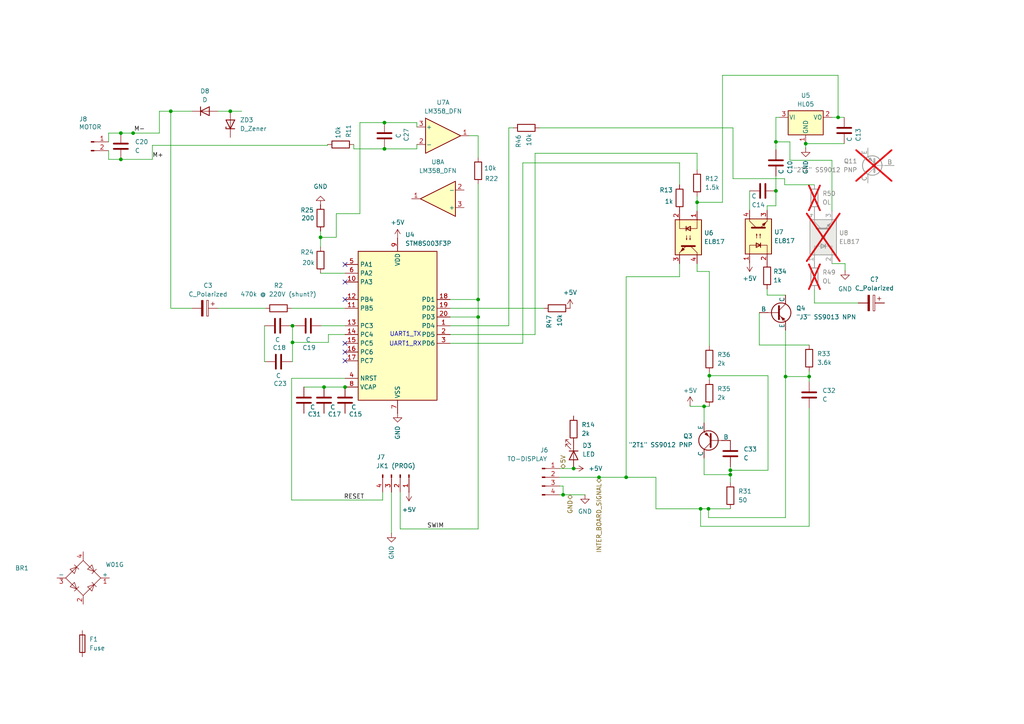
<source format=kicad_sch>
(kicad_sch (version 20231120) (generator "eeschema") (generator_version "8.0")
  (paper "A4")
  (lib_symbols
    (symbol "Amplifier_Operational:LM358_DFN" (pin_names (offset 0.127))
      (property "Reference" "U" (at 0 5.08 0))
      (property "Value" "LM358_DFN" (at 0 -5.08 0))
      (symbol "LM358_DFN_1_1"
        (polyline (pts (xy -5.08 5.08) (xy 5.08 0) (xy -5.08 -5.08) (xy -5.08 5.08)) (stroke (width 0.254)) (fill (type background)))
        (pin output line (at 7.62 0 180) (length 2.54) (name "~") (number "1"))
        (pin input line (at -7.62 -2.54 0) (length 2.54) (name "-") (number "2"))
        (pin input line (at -7.62 2.54 0) (length 2.54) (name "+") (number "3"))
      )
      (symbol "LM358_DFN_2_1"
        (polyline (pts (xy -5.08 5.08) (xy 5.08 0) (xy -5.08 -5.08) (xy -5.08 5.08)) (stroke (width 0.254)) (fill (type background)))
        (pin input line (at -7.62 2.54 0) (length 2.54) (name "+") (number "5"))
        (pin input line (at -7.62 -2.54 0) (length 2.54) (name "-") (number "6"))
        (pin output line (at 7.62 0 180) (length 2.54) (name "~") (number "7"))
      )
      (symbol "LM358_DFN_3_1"
        (pin power_in line (at -2.54 -7.62 90) (length 3.81) (name "V-") (number "4"))
        (pin power_in line (at -2.54 7.62 270) (length 3.81) (name "V+") (number "8"))
        (pin power_in line (at 0 -7.62 90) (length 5.08) (name "PAD") (number "9"))
      )
    )
    (symbol "Connector:Conn_01x02_Pin" (pin_names (offset 1.016) hide)
      (property "Reference" "J" (at 0 2.54 0))
      (property "Value" "Conn_01x02_Pin" (at 0 -5.08 0))
      (symbol "Conn_01x02_Pin_1_1"
        (polyline (pts (xy 1.27 -2.54) (xy 0.8636 -2.54)) (stroke (width 0.1524)))
        (polyline (pts (xy 1.27 0) (xy 0.8636 0)) (stroke (width 0.1524)))
        (rectangle (start 0.8636 -2.413) (end 0 -2.667) (stroke (width 0.1524)) (fill (type outline)))
        (rectangle (start 0.8636 0.127) (end 0 -0.127) (stroke (width 0.1524)) (fill (type outline)))
        (pin passive line (at 5.08 0 180) (length 3.81) (name "Pin_1") (number "1"))
        (pin passive line (at 5.08 -2.54 180) (length 3.81) (name "Pin_2") (number "2"))
      )
    )
    (symbol "Connector:Conn_01x04_Pin" (pin_names (offset 1.016) hide)
      (property "Reference" "J" (at 0 5.08 0))
      (property "Value" "Conn_01x04_Pin" (at 0 -7.62 0))
      (symbol "Conn_01x04_Pin_1_1"
        (polyline (pts (xy 1.27 -5.08) (xy 0.8636 -5.08)) (stroke (width 0.1524)))
        (polyline (pts (xy 1.27 -2.54) (xy 0.8636 -2.54)) (stroke (width 0.1524)))
        (polyline (pts (xy 1.27 0) (xy 0.8636 0)) (stroke (width 0.1524)))
        (polyline (pts (xy 1.27 2.54) (xy 0.8636 2.54)) (stroke (width 0.1524)))
        (rectangle (start 0.8636 -4.953) (end 0 -5.207) (stroke (width 0.1524)) (fill (type outline)))
        (rectangle (start 0.8636 -2.413) (end 0 -2.667) (stroke (width 0.1524)) (fill (type outline)))
        (rectangle (start 0.8636 0.127) (end 0 -0.127) (stroke (width 0.1524)) (fill (type outline)))
        (rectangle (start 0.8636 2.667) (end 0 2.413) (stroke (width 0.1524)) (fill (type outline)))
        (pin passive line (at 5.08 2.54 180) (length 3.81) (name "Pin_1") (number "1"))
        (pin passive line (at 5.08 0 180) (length 3.81) (name "Pin_2") (number "2"))
        (pin passive line (at 5.08 -2.54 180) (length 3.81) (name "Pin_3") (number "3"))
        (pin passive line (at 5.08 -5.08 180) (length 3.81) (name "Pin_4") (number "4"))
      )
    )
    (symbol "Device:C" (pin_numbers hide) (pin_names (offset 0.254))
      (property "Reference" "C" (at 0.635 2.54 0))
      (property "Value" "C" (at 0.635 -2.54 0))
      (symbol "C_0_1"
        (polyline (pts (xy -2.032 -0.762) (xy 2.032 -0.762)) (stroke (width 0.508)))
        (polyline (pts (xy -2.032 0.762) (xy 2.032 0.762)) (stroke (width 0.508)))
      )
      (symbol "C_1_1"
        (pin passive line (at 0 3.81 270) (length 2.794) (name "~") (number "1"))
        (pin passive line (at 0 -3.81 90) (length 2.794) (name "~") (number "2"))
      )
    )
    (symbol "Device:C_Polarized" (pin_numbers hide) (pin_names (offset 0.254))
      (property "Reference" "C" (at 0.635 2.54 0))
      (property "Value" "C_Polarized" (at 0.635 -2.54 0))
      (symbol "C_Polarized_0_1"
        (rectangle (start -2.286 0.508) (end 2.286 1.016))
        (polyline (pts (xy -1.778 2.286) (xy -0.762 2.286)))
        (polyline (pts (xy -1.27 2.794) (xy -1.27 1.778)))
        (rectangle (start 2.286 -0.508) (end -2.286 -1.016) (fill (type outline)))
      )
      (symbol "C_Polarized_1_1"
        (pin passive line (at 0 3.81 270) (length 2.794) (name "~") (number "1"))
        (pin passive line (at 0 -3.81 90) (length 2.794) (name "~") (number "2"))
      )
    )
    (symbol "Device:D" (pin_numbers hide) (pin_names (offset 1.016) hide)
      (property "Reference" "D" (at 0 2.54 0))
      (property "Value" "D" (at 0 -2.54 0))
      (symbol "D_0_1"
        (polyline (pts (xy -1.27 1.27) (xy -1.27 -1.27)) (stroke (width 0.254)))
        (polyline (pts (xy 1.27 0) (xy -1.27 0)))
        (polyline (pts (xy 1.27 1.27) (xy 1.27 -1.27) (xy -1.27 0) (xy 1.27 1.27)) (stroke (width 0.254)))
      )
      (symbol "D_1_1"
        (pin passive line (at -3.81 0 0) (length 2.54) (name "K") (number "1"))
        (pin passive line (at 3.81 0 180) (length 2.54) (name "A") (number "2"))
      )
    )
    (symbol "Device:D_Zener" (pin_numbers hide) (pin_names (offset 1.016) hide)
      (property "Reference" "D" (at 0 2.54 0))
      (property "Value" "D_Zener" (at 0 -2.54 0))
      (symbol "D_Zener_0_1"
        (polyline (pts (xy 1.27 0) (xy -1.27 0)))
        (polyline (pts (xy -1.27 -1.27) (xy -1.27 1.27) (xy -0.762 1.27)) (stroke (width 0.254)))
        (polyline (pts (xy 1.27 -1.27) (xy 1.27 1.27) (xy -1.27 0) (xy 1.27 -1.27)) (stroke (width 0.254)))
      )
      (symbol "D_Zener_1_1"
        (pin passive line (at -3.81 0 0) (length 2.54) (name "K") (number "1"))
        (pin passive line (at 3.81 0 180) (length 2.54) (name "A") (number "2"))
      )
    )
    (symbol "Device:Fuse" (pin_numbers hide) (pin_names (offset 0))
      (property "Reference" "F" (at 2.032 0 90))
      (property "Value" "Fuse" (at -1.905 0 90))
      (symbol "Fuse_0_1"
        (rectangle (start -0.762 -2.54) (end 0.762 2.54) (stroke (width 0.254)))
        (polyline (pts (xy 0 2.54) (xy 0 -2.54)))
      )
      (symbol "Fuse_1_1"
        (pin passive line (at 0 3.81 270) (length 1.27) (name "~") (number "1"))
        (pin passive line (at 0 -3.81 90) (length 1.27) (name "~") (number "2"))
      )
    )
    (symbol "Device:LED" (pin_numbers hide) (pin_names (offset 1.016) hide)
      (property "Reference" "D" (at 0 2.54 0))
      (property "Value" "LED" (at 0 -2.54 0))
      (symbol "LED_0_1"
        (polyline (pts (xy -1.27 -1.27) (xy -1.27 1.27)) (stroke (width 0.254)))
        (polyline (pts (xy -1.27 0) (xy 1.27 0)))
        (polyline (pts (xy 1.27 -1.27) (xy 1.27 1.27) (xy -1.27 0) (xy 1.27 -1.27)) (stroke (width 0.254)))
        (polyline (pts (xy -3.048 -0.762) (xy -4.572 -2.286) (xy -3.81 -2.286) (xy -4.572 -2.286) (xy -4.572 -1.524)))
        (polyline (pts (xy -1.778 -0.762) (xy -3.302 -2.286) (xy -2.54 -2.286) (xy -3.302 -2.286) (xy -3.302 -1.524)))
      )
      (symbol "LED_1_1"
        (pin passive line (at -3.81 0 0) (length 2.54) (name "K") (number "1"))
        (pin passive line (at 3.81 0 180) (length 2.54) (name "A") (number "2"))
      )
    )
    (symbol "Device:R" (pin_numbers hide) (pin_names (offset 0))
      (property "Reference" "R" (at 2.032 0 90))
      (property "Value" "R" (at 0 0 90))
      (symbol "R_0_1"
        (rectangle (start -1.016 -2.54) (end 1.016 2.54) (stroke (width 0.254)))
      )
      (symbol "R_1_1"
        (pin passive line (at 0 3.81 270) (length 1.27) (name "~") (number "1"))
        (pin passive line (at 0 -3.81 90) (length 1.27) (name "~") (number "2"))
      )
    )
    (symbol "Diode_Bridge:W01G" (pin_names (offset 0))
      (property "Reference" "D" (at 2.54 6.985 0))
      (property "Value" "W01G" (at 2.54 5.08 0))
      (symbol "W01G_0_1"
        (polyline (pts (xy -2.54 3.81) (xy -1.27 2.54)))
        (polyline (pts (xy -1.27 -2.54) (xy -2.54 -3.81)))
        (polyline (pts (xy 2.54 -1.27) (xy 3.81 -2.54)))
        (polyline (pts (xy 2.54 1.27) (xy 3.81 2.54)))
        (polyline (pts (xy -3.81 2.54) (xy -2.54 1.27) (xy -1.905 3.175) (xy -3.81 2.54)))
        (polyline (pts (xy -2.54 -1.27) (xy -3.81 -2.54) (xy -1.905 -3.175) (xy -2.54 -1.27)))
        (polyline (pts (xy 1.27 2.54) (xy 2.54 3.81) (xy 3.175 1.905) (xy 1.27 2.54)))
        (polyline (pts (xy 3.175 -1.905) (xy 1.27 -2.54) (xy 2.54 -3.81) (xy 3.175 -1.905)))
        (polyline (pts (xy -5.08 0) (xy 0 -5.08) (xy 5.08 0) (xy 0 5.08) (xy -5.08 0)))
      )
      (symbol "W01G_1_1"
        (pin passive line (at 7.62 0 180) (length 2.54) (name "+") (number "1"))
        (pin passive line (at 0 -7.62 90) (length 2.54) (name "~") (number "2"))
        (pin passive line (at -7.62 0 0) (length 2.54) (name "-") (number "3"))
        (pin passive line (at 0 7.62 270) (length 2.54) (name "~") (number "4"))
      )
    )
    (symbol "Isolator:EL817" (pin_names (offset 1.016))
      (property "Reference" "U" (at -5.08 5.08 0))
      (property "Value" "EL817" (at 0 5.08 0))
      (symbol "EL817_0_1"
        (rectangle (start -5.08 3.81) (end 5.08 -3.81) (stroke (width 0.254)) (fill (type background)))
        (polyline (pts (xy -3.175 -0.635) (xy -1.905 -0.635)) (stroke (width 0.254)))
        (polyline (pts (xy 2.54 0.635) (xy 4.445 2.54)))
        (polyline (pts (xy 4.445 -2.54) (xy 2.54 -0.635)) (fill (type outline)))
        (polyline (pts (xy 4.445 -2.54) (xy 5.08 -2.54)))
        (polyline (pts (xy 4.445 2.54) (xy 5.08 2.54)))
        (polyline (pts (xy -5.08 2.54) (xy -2.54 2.54) (xy -2.54 -0.635)))
        (polyline (pts (xy -2.54 -0.635) (xy -2.54 -2.54) (xy -5.08 -2.54)))
        (polyline (pts (xy 2.54 1.905) (xy 2.54 -1.905) (xy 2.54 -1.905)) (stroke (width 0.508)))
        (polyline (pts (xy -2.54 -0.635) (xy -3.175 0.635) (xy -1.905 0.635) (xy -2.54 -0.635)) (stroke (width 0.254)))
        (polyline (pts (xy -0.508 -0.508) (xy 0.762 -0.508) (xy 0.381 -0.635) (xy 0.381 -0.381) (xy 0.762 -0.508)))
        (polyline (pts (xy -0.508 0.508) (xy 0.762 0.508) (xy 0.381 0.381) (xy 0.381 0.635) (xy 0.762 0.508)))
        (polyline (pts (xy 3.048 -1.651) (xy 3.556 -1.143) (xy 4.064 -2.159) (xy 3.048 -1.651) (xy 3.048 -1.651)) (fill (type outline)))
      )
      (symbol "EL817_1_1"
        (pin passive line (at -7.62 2.54 0) (length 2.54) (name "~") (number "1"))
        (pin passive line (at -7.62 -2.54 0) (length 2.54) (name "~") (number "2"))
        (pin passive line (at 7.62 -2.54 180) (length 2.54) (name "~") (number "3"))
        (pin passive line (at 7.62 2.54 180) (length 2.54) (name "~") (number "4"))
      )
    )
    (symbol "MCU_ST_STM8:STM8S003F3P"
      (property "Reference" "U" (at 1.27 25.4 0))
      (property "Value" "STM8S003F3P" (at 1.27 22.86 0))
      (symbol "STM8S003F3P_0_1"
        (rectangle (start -11.43 21.59) (end 11.43 -21.59) (stroke (width 0.254)) (fill (type background)))
      )
      (symbol "STM8S003F3P_1_1"
        (pin bidirectional line (at 15.24 0 180) (length 3.81) (name "PD4") (number "1"))
        (pin bidirectional line (at -15.24 12.7 0) (length 3.81) (name "PA3") (number "10"))
        (pin bidirectional line (at -15.24 5.08 0) (length 3.81) (name "PB5") (number "11"))
        (pin bidirectional line (at -15.24 7.62 0) (length 3.81) (name "PB4") (number "12"))
        (pin bidirectional line (at -15.24 0 0) (length 3.81) (name "PC3") (number "13"))
        (pin bidirectional line (at -15.24 -2.54 0) (length 3.81) (name "PC4") (number "14"))
        (pin bidirectional line (at -15.24 -5.08 0) (length 3.81) (name "PC5") (number "15"))
        (pin bidirectional line (at -15.24 -7.62 0) (length 3.81) (name "PC6") (number "16"))
        (pin bidirectional line (at -15.24 -10.16 0) (length 3.81) (name "PC7") (number "17"))
        (pin bidirectional line (at 15.24 7.62 180) (length 3.81) (name "PD1") (number "18"))
        (pin bidirectional line (at 15.24 5.08 180) (length 3.81) (name "PD2") (number "19"))
        (pin bidirectional line (at 15.24 -2.54 180) (length 3.81) (name "PD5") (number "2"))
        (pin bidirectional line (at 15.24 2.54 180) (length 3.81) (name "PD3") (number "20"))
        (pin bidirectional line (at 15.24 -5.08 180) (length 3.81) (name "PD6") (number "3"))
        (pin input line (at -15.24 -15.24 0) (length 3.81) (name "NRST") (number "4"))
        (pin bidirectional line (at -15.24 17.78 0) (length 3.81) (name "PA1") (number "5"))
        (pin bidirectional line (at -15.24 15.24 0) (length 3.81) (name "PA2") (number "6"))
        (pin power_in line (at 0 -25.4 90) (length 3.81) (name "VSS") (number "7"))
        (pin passive line (at -15.24 -17.78 0) (length 3.81) (name "VCAP") (number "8"))
        (pin power_in line (at 0 25.4 270) (length 3.81) (name "VDD") (number "9"))
      )
    )
    (symbol "Regulator_Linear:AZ1117-5.0" (pin_names (offset 0.254))
      (property "Reference" "U" (at -3.81 3.175 0))
      (property "Value" "AZ1117-5.0" (at 0 3.175 0))
      (symbol "AZ1117-5.0_0_1"
        (rectangle (start -5.08 1.905) (end 5.08 -5.08) (stroke (width 0.254)) (fill (type background)))
      )
      (symbol "AZ1117-5.0_1_1"
        (pin power_in line (at 0 -7.62 90) (length 2.54) (name "GND") (number "1"))
        (pin power_out line (at 7.62 0 180) (length 2.54) (name "VO") (number "2"))
        (pin power_in line (at -7.62 0 0) (length 2.54) (name "VI") (number "3"))
      )
    )
    (symbol "Simulation_SPICE:PNP" (pin_numbers hide) (pin_names (offset 0))
      (property "Reference" "Q" (at -2.54 7.62 0))
      (property "Value" "PNP" (at -2.54 5.08 0))
      (symbol "PNP_0_1"
        (polyline (pts (xy -2.54 0) (xy 0.635 0)) (stroke (width 0.1524)))
        (polyline (pts (xy 0.635 0.635) (xy 2.54 2.54)))
        (polyline (pts (xy 0.635 -0.635) (xy 2.54 -2.54) (xy 2.54 -2.54)))
        (polyline (pts (xy 0.635 1.905) (xy 0.635 -1.905) (xy 0.635 -1.905)) (stroke (width 0.508)))
        (polyline (pts (xy 2.286 -1.778) (xy 1.778 -2.286) (xy 1.27 -1.27) (xy 2.286 -1.778) (xy 2.286 -1.778)) (fill (type outline)))
        (circle (center 1.27 0) (radius 2.8194) (stroke (width 0.254)))
      )
      (symbol "PNP_1_1"
        (pin open_collector line (at 2.54 5.08 270) (length 2.54) (name "C") (number "1"))
        (pin input line (at -5.08 0 0) (length 2.54) (name "B") (number "2"))
        (pin open_emitter line (at 2.54 -5.08 90) (length 2.54) (name "E") (number "3"))
      )
    )
    (symbol "power:+5V" (power) (pin_numbers hide) (pin_names (offset 0) hide)
      (property "Value" "+5V" (at 0 3.556 0))
      (symbol "+5V_0_1"
        (polyline (pts (xy -0.762 1.27) (xy 0 2.54)))
        (polyline (pts (xy 0 0) (xy 0 2.54)))
        (polyline (pts (xy 0 2.54) (xy 0.762 1.27)))
      )
      (symbol "+5V_1_1"
        (pin power_in line (at 0 0 90) (length 0) (name "~") (number "1"))
      )
    )
    (symbol "power:GND" (power) (pin_numbers hide) (pin_names (offset 0) hide)
      (property "Value" "GND" (at 0 -3.81 0))
      (symbol "GND_0_1"
        (polyline (pts (xy 0 0) (xy 0 -1.27) (xy 1.27 -1.27) (xy 0 -2.54) (xy -1.27 -1.27) (xy 0 -1.27)))
      )
      (symbol "GND_1_1"
        (pin power_in line (at 0 0 270) (length 0) (name "~") (number "1"))
      )
    )
  )
  (junction (at 84.836 99.314))
  (junction (at 211.836 137.668))
  (junction (at 111.506 43.18))
  (junction (at 211.836 136.398))
  (junction (at 203.2 147.574))
  (junction (at 205.74 108.966))
  (junction (at 166.37 135.89))
  (junction (at 35.052 46.228))
  (junction (at 66.802 32.258))
  (junction (at 243.078 34.036))
  (junction (at 227.838 109.22))
  (junction (at 205.486 147.574))
  (junction (at 100.076 112.268))
  (junction (at 93.98 112.268))
  (junction (at 92.964 68.834))
  (junction (at 138.684 86.868))
  (junction (at 163.322 143.51))
  (junction (at 35.052 38.608))
  (junction (at 233.68 41.656))
  (junction (at 38.608 38.608))
  (junction (at 49.53 32.258))
  (junction (at 225.044 41.148))
  (junction (at 234.696 109.22))
  (junction (at 84.836 94.488))
  (junction (at 181.61 138.43))
  (junction (at 138.684 91.948))
  (junction (at 225.044 55.372))
  (junction (at 202.184 58.674))
  (junction (at 204.216 117.856))
  (junction (at 111.506 35.56))
  (junction (at 173.736 138.43))
  (no_connect (at 100.076 102.108))
  (no_connect (at 100.076 86.868))
  (no_connect (at 100.076 81.788))
  (no_connect (at 100.076 99.568))
  (no_connect (at 100.076 104.648))
  (no_connect (at 100.076 76.708))
  (wire (pts (xy 211.836 137.668) (xy 211.836 136.398)))
  (wire (pts (xy 173.736 138.684) (xy 173.736 138.43)))
  (wire (pts (xy 181.61 138.43) (xy 190.246 138.43)))
  (wire (pts (xy 84.582 89.408) (xy 100.076 89.408)))
  (wire (pts (xy 203.2 152.654) (xy 234.696 152.654)))
  (wire (pts (xy 233.68 41.656) (xy 244.856 41.656)))
  (wire (pts (xy 234.696 109.22) (xy 227.838 109.22)))
  (wire (pts (xy 116.078 153.416) (xy 138.684 153.416)))
  (wire (pts (xy 212.598 51.816) (xy 212.598 37.084)))
  (wire (pts (xy 241.3 61.214) (xy 241.3 46.482)))
  (wire (pts (xy 222.758 108.966) (xy 222.758 136.398)))
  (wire (pts (xy 211.836 147.574) (xy 205.486 147.574)))
  (wire (pts (xy 166.624 135.89) (xy 166.37 135.89)))
  (wire (pts (xy 217.424 55.372) (xy 217.424 60.96)))
  (wire (pts (xy 138.684 153.416) (xy 138.684 91.948)))
  (wire (pts (xy 203.2 147.574) (xy 190.246 147.574)))
  (wire (pts (xy 76.708 104.902) (xy 76.962 104.902)))
  (wire (pts (xy 190.246 147.574) (xy 190.246 138.43)))
  (wire (pts (xy 111.506 43.18) (xy 120.904 43.18)))
  (wire (pts (xy 76.708 94.488) (xy 76.708 104.902)))
  (wire (pts (xy 138.684 39.37) (xy 136.144 39.37)))
  (wire (pts (xy 211.836 139.954) (xy 211.836 137.668)))
  (wire (pts (xy 203.2 147.574) (xy 203.2 152.654)))
  (wire (pts (xy 197.104 80.264) (xy 197.104 76.454)))
  (wire (pts (xy 204.216 117.856) (xy 200.152 117.856)))
  (wire (pts (xy 225.044 59.69) (xy 225.044 55.372)))
  (wire (pts (xy 241.3 76.454) (xy 245.11 76.454)))
  (wire (pts (xy 138.684 86.868) (xy 130.556 86.868)))
  (wire (pts (xy 92.964 67.056) (xy 92.964 68.834)))
  (wire (pts (xy 162.306 140.97) (xy 163.322 140.97)))
  (wire (pts (xy 63.246 32.258) (xy 66.802 32.258)))
  (wire (pts (xy 100.076 109.728) (xy 84.582 109.728)))
  (wire (pts (xy 44.196 42.164) (xy 94.996 42.164)))
  (wire (pts (xy 31.496 46.228) (xy 35.052 46.228)))
  (wire (pts (xy 111.506 35.56) (xy 120.904 35.56)))
  (wire (pts (xy 234.696 109.22) (xy 234.696 110.744)))
  (wire (pts (xy 104.394 61.976) (xy 97.536 61.976)))
  (wire (pts (xy 173.736 138.43) (xy 181.61 138.43)))
  (wire (pts (xy 155.194 44.45) (xy 155.194 97.028)))
  (wire (pts (xy 225.044 41.148) (xy 225.044 34.036)))
  (wire (pts (xy 197.104 47.244) (xy 197.104 53.594)))
  (wire (pts (xy 241.3 34.036) (xy 243.078 34.036)))
  (wire (pts (xy 205.74 107.95) (xy 205.74 108.966)))
  (wire (pts (xy 120.904 35.56) (xy 120.904 36.83)))
  (wire (pts (xy 155.194 44.45) (xy 202.184 44.45)))
  (wire (pts (xy 49.53 32.258) (xy 55.626 32.258)))
  (wire (pts (xy 204.216 132.842) (xy 204.216 137.668)))
  (wire (pts (xy 222.504 85.598) (xy 227.838 85.598)))
  (wire (pts (xy 38.862 38.354) (xy 38.608 38.354)))
  (wire (pts (xy 243.078 21.844) (xy 209.55 21.844)))
  (wire (pts (xy 102.616 43.18) (xy 111.506 43.18)))
  (wire (pts (xy 163.322 140.97) (xy 163.322 143.51)))
  (wire (pts (xy 236.22 53.594) (xy 227.584 53.594)))
  (wire (pts (xy 243.078 34.036) (xy 244.856 34.036)))
  (wire (pts (xy 151.638 47.244) (xy 151.638 99.568)))
  (wire (pts (xy 220.218 90.678) (xy 220.218 100.076)))
  (wire (pts (xy 31.496 38.608) (xy 31.496 41.148)))
  (wire (pts (xy 110.998 145.034) (xy 110.998 142.748)))
  (wire (pts (xy 44.196 42.164) (xy 44.196 46.228)))
  (wire (pts (xy 151.638 47.244) (xy 197.104 47.244)))
  (wire (pts (xy 200.152 117.856) (xy 200.152 117.602)))
  (wire (pts (xy 225.044 34.036) (xy 226.06 34.036)))
  (wire (pts (xy 66.802 32.258) (xy 70.104 32.258)))
  (wire (pts (xy 225.044 51.054) (xy 225.044 55.372)))
  (wire (pts (xy 227.838 150.114) (xy 205.486 150.114)))
  (wire (pts (xy 92.964 79.248) (xy 100.076 79.248)))
  (wire (pts (xy 88.138 112.268) (xy 93.98 112.268)))
  (wire (pts (xy 38.608 38.354) (xy 38.608 38.608)))
  (wire (pts (xy 169.672 143.51) (xy 163.322 143.51)))
  (wire (pts (xy 84.836 99.314) (xy 84.836 104.902)))
  (wire (pts (xy 205.486 150.114) (xy 205.486 147.574)))
  (wire (pts (xy 104.394 35.56) (xy 104.394 61.976)))
  (wire (pts (xy 95.25 99.314) (xy 95.25 97.028)))
  (wire (pts (xy 55.626 89.408) (xy 49.53 89.408)))
  (wire (pts (xy 84.836 94.488) (xy 84.836 99.314)))
  (wire (pts (xy 222.504 83.82) (xy 222.504 85.598)))
  (wire (pts (xy 197.104 80.264) (xy 181.61 80.264)))
  (wire (pts (xy 49.53 32.258) (xy 46.228 32.258)))
  (wire (pts (xy 205.74 108.966) (xy 205.74 110.236)))
  (wire (pts (xy 156.464 37.084) (xy 212.598 37.084)))
  (wire (pts (xy 202.184 56.896) (xy 202.184 58.674)))
  (wire (pts (xy 236.22 87.884) (xy 248.92 87.884)))
  (wire (pts (xy 155.194 97.028) (xy 130.556 97.028)))
  (wire (pts (xy 130.556 94.488) (xy 147.574 94.488)))
  (wire (pts (xy 162.306 138.43) (xy 173.736 138.43)))
  (wire (pts (xy 234.696 107.696) (xy 234.696 109.22)))
  (wire (pts (xy 227.838 95.758) (xy 227.838 109.22)))
  (wire (pts (xy 229.108 46.482) (xy 229.108 41.148)))
  (wire (pts (xy 227.584 53.594) (xy 227.584 51.816)))
  (wire (pts (xy 120.904 43.18) (xy 120.904 41.91)))
  (wire (pts (xy 202.184 78.74) (xy 205.74 78.74)))
  (wire (pts (xy 95.25 97.028) (xy 100.076 97.028)))
  (wire (pts (xy 84.582 109.728) (xy 84.582 145.034)))
  (wire (pts (xy 93.98 112.268) (xy 100.076 112.268)))
  (wire (pts (xy 202.184 58.674) (xy 202.184 61.214)))
  (wire (pts (xy 241.3 46.482) (xy 229.108 46.482)))
  (wire (pts (xy 205.486 147.574) (xy 203.2 147.574)))
  (wire (pts (xy 147.574 37.084) (xy 147.574 94.488)))
  (wire (pts (xy 205.74 117.856) (xy 204.216 117.856)))
  (wire (pts (xy 202.184 44.45) (xy 202.184 49.276)))
  (wire (pts (xy 138.684 45.72) (xy 138.684 39.37)))
  (wire (pts (xy 222.504 59.69) (xy 225.044 59.69)))
  (wire (pts (xy 181.61 80.264) (xy 181.61 138.43)))
  (wire (pts (xy 104.394 35.56) (xy 111.506 35.56)))
  (wire (pts (xy 84.836 104.902) (xy 84.582 104.902)))
  (wire (pts (xy 204.216 137.668) (xy 211.836 137.668)))
  (wire (pts (xy 205.74 78.74) (xy 205.74 100.33)))
  (wire (pts (xy 243.078 34.036) (xy 243.078 21.844)))
  (wire (pts (xy 31.496 46.228) (xy 31.496 43.688)))
  (wire (pts (xy 102.616 43.18) (xy 102.616 41.91)))
  (wire (pts (xy 245.11 76.454) (xy 245.11 78.486)))
  (wire (pts (xy 151.638 99.568) (xy 130.556 99.568)))
  (wire (pts (xy 204.216 117.856) (xy 204.216 122.682)))
  (wire (pts (xy 138.684 86.868) (xy 138.684 53.34)))
  (wire (pts (xy 116.078 142.748) (xy 116.078 153.416)))
  (wire (pts (xy 209.55 58.674) (xy 202.184 58.674)))
  (wire (pts (xy 93.218 94.488) (xy 100.076 94.488)))
  (wire (pts (xy 84.328 94.488) (xy 84.836 94.488)))
  (wire (pts (xy 113.538 142.748) (xy 113.538 154.686)))
  (wire (pts (xy 92.964 68.834) (xy 92.964 71.628)))
  (wire (pts (xy 35.052 38.608) (xy 38.608 38.608)))
  (wire (pts (xy 84.836 94.488) (xy 85.598 94.488)))
  (wire (pts (xy 84.582 145.034) (xy 110.998 145.034)))
  (wire (pts (xy 46.228 32.258) (xy 46.228 38.608)))
  (wire (pts (xy 233.68 42.926) (xy 233.68 41.656)))
  (wire (pts (xy 38.608 38.608) (xy 46.228 38.608)))
  (wire (pts (xy 84.836 99.314) (xy 95.25 99.314)))
  (wire (pts (xy 227.584 51.816) (xy 212.598 51.816)))
  (wire (pts (xy 130.556 91.948) (xy 138.684 91.948)))
  (wire (pts (xy 225.044 43.434) (xy 225.044 41.148)))
  (wire (pts (xy 211.836 136.398) (xy 211.836 135.382)))
  (wire (pts (xy 162.306 135.89) (xy 166.37 135.89)))
  (wire (pts (xy 49.53 89.408) (xy 49.53 32.258)))
  (wire (pts (xy 202.184 76.454) (xy 202.184 78.74)))
  (wire (pts (xy 222.758 136.398) (xy 211.836 136.398)))
  (wire (pts (xy 234.696 152.654) (xy 234.696 118.364)))
  (wire (pts (xy 130.556 89.408) (xy 157.734 89.408)))
  (wire (pts (xy 205.74 108.966) (xy 222.758 108.966)))
  (wire (pts (xy 35.052 46.228) (xy 44.196 46.228)))
  (wire (pts (xy 94.996 42.164) (xy 94.996 41.91)))
  (wire (pts (xy 97.536 68.834) (xy 92.964 68.834)))
  (wire (pts (xy 227.838 109.22) (xy 227.838 150.114)))
  (wire (pts (xy 97.536 61.976) (xy 97.536 68.834)))
  (wire (pts (xy 222.504 60.96) (xy 222.504 59.69)))
  (wire (pts (xy 236.22 84.074) (xy 236.22 87.884)))
  (wire (pts (xy 220.218 100.076) (xy 234.696 100.076)))
  (wire (pts (xy 163.322 143.51) (xy 162.306 143.51)))
  (wire (pts (xy 138.684 91.948) (xy 138.684 86.868)))
  (wire (pts (xy 31.496 38.608) (xy 35.052 38.608)))
  (wire (pts (xy 63.246 89.408) (xy 76.962 89.408)))
  (wire (pts (xy 147.574 37.084) (xy 148.844 37.084)))
  (wire (pts (xy 229.108 41.148) (xy 225.044 41.148)))
  (wire (pts (xy 209.55 21.844) (xy 209.55 58.674)))
  (text "UART1_TX" (at 117.602 97.028 0) (effects (font (size 1.27 1.27))))
  (text "UART1_RX" (at 117.602 99.822 0) (effects (font (size 1.27 1.27))))
  (label "SWIM" (at 128.778 153.416 180))
  (label "M-" (at 38.862 38.354 0))
  (label "M+" (at 44.196 45.974 0))
  (label "RESET" (at 105.664 145.034 180))
  (hierarchical_label "INTER_BOARD_SIGNAL" (shape bidirectional) (at 173.736 138.684 270))
  (hierarchical_label "GND" (shape bidirectional) (at 165.354 143.51 270))
  (hierarchical_label "5V" (shape bidirectional) (at 163.322 135.89 90))
  (symbol (lib_id "Device:R") (at 234.696 103.886 0) (unit 1)
    (property "Reference" "R33" (at 236.982 102.6159 0) (effects (justify left)))
    (property "Value" "3.6k" (at 236.982 105.1559 0) (effects (justify left)))
    (property "Description" "Resistor" (effects (hide yes)))
  )
  (symbol (lib_id "Device:D_Zener") (at 66.802 36.068 90) (unit 1)
    (property "Reference" "ZD3" (at 69.596 34.7979 90) (effects (justify right)))
    (property "Value" "D_Zener" (at 69.596 37.3379 90) (effects (justify right)))
    (property "Description" "Zener diode" (effects (hide yes)))
  )
  (symbol (lib_id "Device:R") (at 202.184 53.086 0) (unit 1)
    (property "Reference" "R12" (at 204.47 51.8159 0) (effects (justify left)))
    (property "Value" "1.5k" (at 204.47 54.3559 0) (effects (justify left)))
    (property "Description" "Resistor" (effects (hide yes)))
  )
  (symbol (lib_id "Diode_Bridge:W01G") (at 24.13 167.64 0) (unit 1)
    (property "Reference" "BR1" (at 6.35 164.7758 0))
    (property "Value" "W01G" (at 33.274 163.7598 0))
    (property "Footprint" "Diode_THT:Diode_Bridge_Round_D9.8mm" (effects (hide yes)))
    (property "Datasheet" "https://www.vishay.com/docs/88769/woo5g.pdf" (effects (hide yes)))
    (property "Description" "Glass Passivated Single-Phase Bridge Rectifier, 70V Vrms, 1.5A If, WOG package" (effects (hide yes)))
  )
  (symbol (lib_id "Device:R") (at 205.74 114.046 0) (unit 1)
    (property "Reference" "R35" (at 208.026 112.7759 0) (effects (justify left)))
    (property "Value" "2k" (at 208.026 115.3159 0) (effects (justify left)))
    (property "Description" "Resistor" (effects (hide yes)))
  )
  (symbol (lib_id "Device:C") (at 80.772 104.902 90) (unit 1)
    (property "Reference" "C23" (at 81.28 111.252 90))
    (property "Value" "C" (at 80.772 108.966 90))
    (property "Description" "Unpolarized capacitor" (effects (hide yes)))
  )
  (symbol (lib_id "Isolator:EL817") (at 219.964 68.58 90) (unit 1)
    (property "Reference" "U7" (at 224.536 67.3099 90) (effects (justify right)))
    (property "Value" "EL817" (at 224.536 69.8499 90) (effects (justify right)))
    (property "Footprint" "Package_DIP:DIP-4_W7.62mm" (effects (hide yes)))
    (property "Datasheet" "http://www.everlight.com/file/ProductFile/EL817.pdf" (effects (hide yes)))
    (property "Description" "DC Optocoupler, Vce 35V, DIP-4" (effects (hide yes)))
  )
  (symbol (lib_id "power:+5V") (at 200.152 117.602 0) (unit 1)
    (property "Reference" "#PWR029" (effects (hide yes)))
    (property "Value" "+5V" (at 200.152 113.284 0))
    (property "Description" "Power symbol creates a global label with name \"+5V\"" (effects (hide yes)))
  )
  (symbol (lib_id "Device:C_Polarized") (at 59.436 89.408 270) (unit 1)
    (property "Reference" "C3" (at 60.325 82.804 90))
    (property "Value" "C_Polarized" (at 60.325 85.344 90))
    (property "Description" "Polarized capacitor" (effects (hide yes)))
  )
  (symbol (lib_id "Device:R") (at 197.104 57.404 0) (unit 1)
    (property "Reference" "R13" (at 191.262 55.118 0) (effects (justify left)))
    (property "Value" "1k" (at 192.786 58.42 0) (effects (justify left)))
    (property "Description" "Resistor" (effects (hide yes)))
  )
  (symbol (lib_id "Amplifier_Operational:LM358_DFN") (at 128.524 39.37 0) (unit 1)
    (property "Reference" "U7" (at 128.524 29.718 0))
    (property "Value" "LM358_DFN" (at 128.524 32.258 0))
    (property "Footprint" "Package_DFN_QFN:DFN-8-1EP_2x2mm_P0.5mm_EP1.05x1.75mm" (effects (hide yes)))
    (property "Datasheet" "www.st.com/resource/en/datasheet/lm358.pdf" (effects (hide yes)))
    (property "Description" "Low-Power, Dual Operational Amplifiers, DFN-8" (effects (hide yes)))
  )
  (symbol (lib_id "power:+5V") (at 166.624 135.89 270) (unit 1)
    (property "Reference" "#PWR028" (effects (hide yes)))
    (property "Value" "+5V" (at 170.688 135.8899 90) (effects (justify left)))
    (property "Description" "Power symbol creates a global label with name \"+5V\"" (effects (hide yes)))
  )
  (symbol (lib_id "Device:R") (at 222.504 80.01 0) (unit 1)
    (property "Reference" "R34" (at 224.282 78.7399 0) (effects (justify left)))
    (property "Value" "1k" (at 224.282 81.2799 0) (effects (justify left)))
    (property "Description" "Resistor" (effects (hide yes)))
  )
  (symbol (lib_id "Isolator:EL817") (at 238.76 68.834 90) (unit 1) (dnp yes)
    (property "Reference" "U8" (at 243.332 67.5639 90) (effects (justify right)))
    (property "Value" "EL817" (at 243.332 70.1039 90) (effects (justify right)))
    (property "Footprint" "Package_DIP:DIP-4_W7.62mm" (effects (hide yes)))
    (property "Datasheet" "http://www.everlight.com/file/ProductFile/EL817.pdf" (effects (hide yes)))
    (property "Description" "DC Optocoupler, Vce 35V, DIP-4" (effects (hide yes)))
  )
  (symbol (lib_id "power:GND") (at 233.68 42.926 0) (unit 1)
    (property "Reference" "#PWR034" (effects (hide yes)))
    (property "Value" "GND" (at 233.6799 46.482 90) (effects (justify right)))
    (property "Description" "Power symbol creates a global label with name \"GND\" , ground" (effects (hide yes)))
  )
  (symbol (lib_id "Amplifier_Operational:LM358_DFN") (at 127 57.658 180) (unit 1)
    (property "Reference" "U8" (at 127 46.99 0))
    (property "Value" "LM358_DFN" (at 127 49.53 0))
    (property "Footprint" "Package_DFN_QFN:DFN-8-1EP_2x2mm_P0.5mm_EP1.05x1.75mm" (effects (hide yes)))
    (property "Datasheet" "www.st.com/resource/en/datasheet/lm358.pdf" (effects (hide yes)))
    (property "Description" "Low-Power, Dual Operational Amplifiers, DFN-8" (effects (hide yes)))
  )
  (symbol (lib_id "Device:C") (at 244.856 37.846 0) (unit 1)
    (property "Reference" "C13" (at 248.92 39.116 90))
    (property "Value" "C" (at 246.38 40.386 90))
    (property "Description" "Unpolarized capacitor" (effects (hide yes)))
  )
  (symbol (lib_id "Device:R") (at 92.964 75.438 0) (unit 1)
    (property "Reference" "R24" (at 87.122 73.152 0) (effects (justify left)))
    (property "Value" "20k" (at 87.63 76.2 0) (effects (justify left)))
    (property "Description" "Resistor" (effects (hide yes)))
  )
  (symbol (lib_id "Device:R") (at 98.806 41.91 270) (unit 1)
    (property "Reference" "R11" (at 101.092 36.068 0) (effects (justify left)))
    (property "Value" "10k" (at 98.044 36.576 0) (effects (justify left)))
    (property "Description" "Resistor" (effects (hide yes)))
  )
  (symbol (lib_id "power:+5V") (at 165.354 89.408 0) (unit 1)
    (property "Reference" "#PWR031" (effects (hide yes)))
    (property "Value" "+5V" (at 165.354 84.836 0))
    (property "Description" "Power symbol creates a global label with name \"+5V\"" (effects (hide yes)))
  )
  (symbol (lib_id "Device:R") (at 92.964 63.246 0) (unit 1)
    (property "Reference" "R25" (at 87.122 60.96 0) (effects (justify left)))
    (property "Value" "200" (at 87.376 63.246 0) (effects (justify left)))
    (property "Description" "Resistor" (effects (hide yes)))
  )
  (symbol (lib_id "Device:LED") (at 166.37 132.08 270) (unit 1)
    (property "Reference" "D3" (at 168.91 129.2224 90) (effects (justify left)))
    (property "Value" "LED" (at 168.91 131.7624 90) (effects (justify left)))
    (property "Description" "Light emitting diode" (effects (hide yes)))
  )
  (symbol (lib_id "Device:Fuse") (at 23.876 186.69 0) (unit 1)
    (property "Reference" "F1" (at 25.908 185.4199 0) (effects (justify left)))
    (property "Value" "Fuse" (at 25.908 187.9599 0) (effects (justify left)))
    (property "Description" "Fuse" (effects (hide yes)))
  )
  (symbol (lib_id "Simulation_SPICE:PNP") (at 254.254 48.006 180) (unit 1) (dnp yes)
    (property "Reference" "Q11" (at 248.666 46.7359 0) (effects (justify left)))
    (property "Value" "\"2T1\" SS9012 PNP" (at 248.666 49.2759 0) (effects (justify left)))
    (property "Datasheet" "https://ngspice.sourceforge.io/docs/ngspice-html-manual/manual.xhtml#cha_BJTs" (effects (hide yes)))
    (property "Description" "Bipolar transistor symbol for simulation only, substrate tied to the emitter" (effects (hide yes)))
    (property "Sim.Device" "PNP" (effects (hide yes)))
    (property "Sim.Type" "GUMMELPOON" (effects (hide yes)))
    (property "Sim.Pins" "1=C 2=B 3=E" (effects (hide yes)))
  )
  (symbol (lib_id "Device:R") (at 236.22 57.404 0) (unit 1) (dnp yes)
    (property "Reference" "R50" (at 238.506 56.1339 0) (effects (justify left)))
    (property "Value" "OL" (at 238.506 58.6739 0) (effects (justify left)))
    (property "Description" "Resistor" (effects (hide yes)))
  )
  (symbol (lib_id "Device:R") (at 161.544 89.408 90) (unit 1)
    (property "Reference" "R47" (at 159.258 95.25 0) (effects (justify left)))
    (property "Value" "10k" (at 162.306 94.742 0) (effects (justify left)))
    (property "Description" "Resistor" (effects (hide yes)))
  )
  (symbol (lib_id "Device:C") (at 80.518 94.488 90) (unit 1)
    (property "Reference" "C18" (at 81.026 100.838 90))
    (property "Value" "C" (at 80.518 98.552 90))
    (property "Description" "Unpolarized capacitor" (effects (hide yes)))
  )
  (symbol (lib_id "Device:R") (at 205.74 104.14 0) (unit 1)
    (property "Reference" "R36" (at 208.026 102.8699 0) (effects (justify left)))
    (property "Value" "2k" (at 208.026 105.4099 0) (effects (justify left)))
    (property "Description" "Resistor" (effects (hide yes)))
  )
  (symbol (lib_id "Device:C") (at 221.234 55.372 270) (unit 1)
    (property "Reference" "C14" (at 219.964 59.436 90))
    (property "Value" "C" (at 218.694 56.896 90))
    (property "Description" "Unpolarized capacitor" (effects (hide yes)))
  )
  (symbol (lib_id "Device:C") (at 93.98 116.078 180) (unit 1)
    (property "Reference" "C17" (at 97.028 120.142 0))
    (property "Value" "C" (at 96.52 118.11 0))
    (property "Description" "Unpolarized capacitor" (effects (hide yes)))
  )
  (symbol (lib_id "Device:R") (at 80.772 89.408 90) (unit 1)
    (property "Reference" "R2" (at 80.772 82.804 90))
    (property "Value" "470k @ 220V (shunt?)" (at 80.772 85.344 90))
    (property "Description" "Resistor" (effects (hide yes)))
  )
  (symbol (lib_id "Device:C") (at 225.044 47.244 0) (unit 1)
    (property "Reference" "C10" (at 229.108 48.514 90))
    (property "Value" "C" (at 226.568 49.784 90))
    (property "Description" "Unpolarized capacitor" (effects (hide yes)))
  )
  (symbol (lib_id "Device:C") (at 88.138 116.078 180) (unit 1)
    (property "Reference" "C31" (at 91.186 120.142 0))
    (property "Value" "C" (at 90.678 118.11 0))
    (property "Description" "Unpolarized capacitor" (effects (hide yes)))
  )
  (symbol (lib_id "Connector:Conn_01x04_Pin") (at 157.226 138.43 0) (unit 1)
    (property "Reference" "J6" (at 157.861 130.556 0))
    (property "Value" "TO-DISPLAY" (at 152.908 133.096 0))
    (property "Description" "Generic connector, single row, 01x04, script generated" (effects (hide yes)))
  )
  (symbol (lib_id "Device:R") (at 236.22 80.264 0) (unit 1) (dnp yes)
    (property "Reference" "R49" (at 238.506 78.9939 0) (effects (justify left)))
    (property "Value" "OL" (at 238.506 81.5339 0) (effects (justify left)))
    (property "Description" "Resistor" (effects (hide yes)))
  )
  (symbol (lib_id "Device:C") (at 35.052 42.418 0) (unit 1)
    (property "Reference" "C20" (at 39.116 41.1479 0) (effects (justify left)))
    (property "Value" "C" (at 39.116 43.6879 0) (effects (justify left)))
    (property "Description" "MOV" (effects (hide yes)))
  )
  (symbol (lib_id "Device:R") (at 211.836 143.764 0) (unit 1)
    (property "Reference" "R31" (at 214.122 142.4939 0) (effects (justify left)))
    (property "Value" "50" (at 214.122 145.0339 0) (effects (justify left)))
    (property "Description" "Resistor" (effects (hide yes)))
  )
  (symbol (lib_id "power:GND") (at 245.11 78.486 0) (unit 1)
    (property "Reference" "#PWR035" (effects (hide yes)))
    (property "Value" "GND" (at 245.11 83.82 0))
    (property "Description" "Power symbol creates a global label with name \"GND\" , ground" (effects (hide yes)))
  )
  (symbol (lib_id "Device:C") (at 211.836 131.572 0) (unit 1)
    (property "Reference" "C33" (at 215.646 130.3019 0) (effects (justify left)))
    (property "Value" "C" (at 215.646 132.8419 0) (effects (justify left)))
    (property "Description" "Unpolarized capacitor" (effects (hide yes)))
  )
  (symbol (lib_id "Device:C") (at 100.076 116.078 180) (unit 1)
    (property "Reference" "C15" (at 103.124 120.142 0))
    (property "Value" "C" (at 102.616 118.11 0))
    (property "Description" "Unpolarized capacitor" (effects (hide yes)))
  )
  (symbol (lib_id "Connector:Conn_01x04_Pin") (at 116.078 137.668 270) (unit 1)
    (property "Reference" "J7" (at 110.49 132.588 90))
    (property "Value" "JK1 (PROG)" (at 114.808 135.128 90))
    (property "Description" "Generic connector, single row, 01x04, script generated" (effects (hide yes)))
  )
  (symbol (lib_id "MCU_ST_STM8:STM8S003F3P") (at 115.316 94.488 0) (unit 1)
    (property "Reference" "U4" (at 117.5101 68.072 0) (effects (justify left)))
    (property "Value" "STM8S003F3P" (at 117.5101 70.612 0) (effects (justify left)))
    (property "Footprint" "Package_SO:TSSOP-20_4.4x6.5mm_P0.65mm" (effects (hide yes)))
    (property "Datasheet" "http://www.st.com/st-web-ui/static/active/en/resource/technical/document/datasheet/DM00024550.pdf" (effects (hide yes)))
    (property "Description" "16MHz, 8K Flash, 1K RAM, 128 EEPROM, USART, I²C, SPI, TSSOP-20" (effects (hide yes)))
  )
  (symbol (lib_id "power:+5V") (at 217.424 76.2 180) (unit 1)
    (property "Reference" "#PWR030" (effects (hide yes)))
    (property "Value" "+5V" (at 217.424 80.772 0))
    (property "Description" "Power symbol creates a global label with name \"+5V\"" (effects (hide yes)))
  )
  (symbol (lib_id "Device:D") (at 59.436 32.258 0) (unit 1)
    (property "Reference" "D8" (at 59.436 26.416 0))
    (property "Value" "D" (at 59.436 28.956 0))
    (property "Description" "Diode" (effects (hide yes)))
    (property "Sim.Device" "D" (effects (hide yes)))
    (property "Sim.Pins" "1=K 2=A" (effects (hide yes)))
  )
  (symbol (lib_id "Device:R") (at 152.654 37.084 90) (unit 1)
    (property "Reference" "R46" (at 150.368 42.926 0) (effects (justify left)))
    (property "Value" "10k" (at 153.416 42.418 0) (effects (justify left)))
    (property "Description" "Resistor" (effects (hide yes)))
  )
  (symbol (lib_id "Regulator_Linear:AZ1117-5.0") (at 233.68 34.036 0) (unit 1)
    (property "Reference" "U5" (at 233.68 27.686 0))
    (property "Value" "HL05" (at 233.68 30.226 0))
    (property "Datasheet" "https://www.diodes.com/assets/Datasheets/AZ1117.pdf" (effects (hide yes)))
    (property "Description" "1A 20V Fixed LDO Linear Regulator, 5.0V, SOT-89/SOT-223/TO-220/TO-252/TO-263" (effects (hide yes)))
  )
  (symbol (lib_id "power:GND") (at 169.672 143.51 0) (unit 1)
    (property "Reference" "#PWR027" (effects (hide yes)))
    (property "Value" "GND" (at 169.672 148.336 0))
    (property "Description" "Power symbol creates a global label with name \"GND\" , ground" (effects (hide yes)))
  )
  (symbol (lib_id "Device:C") (at 89.408 94.488 90) (unit 1)
    (property "Reference" "C19" (at 89.662 100.838 90))
    (property "Value" "C" (at 89.408 98.552 90))
    (property "Description" "Unpolarized capacitor" (effects (hide yes)))
  )
  (symbol (lib_id "power:+5V") (at 115.316 69.088 0) (unit 1)
    (property "Reference" "#PWR032" (effects (hide yes)))
    (property "Value" "+5V" (at 115.316 64.516 0))
    (property "Description" "Power symbol creates a global label with name \"+5V\"" (effects (hide yes)))
  )
  (symbol (lib_id "Device:C_Polarized") (at 252.73 87.884 270) (unit 1)
    (property "Reference" "C?" (at 253.619 81.026 90))
    (property "Value" "C_Polarized" (at 253.619 83.566 90))
    (property "Description" "Polarized capacitor" (effects (hide yes)))
  )
  (symbol (lib_id "Connector:Conn_01x02_Pin") (at 26.416 41.148 0) (unit 1)
    (property "Reference" "J8" (at 24.13 34.544 0))
    (property "Value" "MOTOR" (at 26.162 36.83 0))
    (property "Description" "Generic connector, single row, 01x02, script generated" (effects (hide yes)))
  )
  (symbol (lib_id "Device:R") (at 166.37 124.46 0) (unit 1)
    (property "Reference" "R14" (at 168.656 123.1899 0) (effects (justify left)))
    (property "Value" "2k" (at 168.656 125.7299 0) (effects (justify left)))
    (property "Description" "Resistor" (effects (hide yes)))
  )
  (symbol (lib_id "Isolator:EL817") (at 199.644 68.834 270) (unit 1)
    (property "Reference" "U6" (at 204.216 67.5639 90) (effects (justify left)))
    (property "Value" "EL817" (at 204.216 70.1039 90) (effects (justify left)))
    (property "Footprint" "Package_DIP:DIP-4_W7.62mm" (effects (hide yes)))
    (property "Datasheet" "http://www.everlight.com/file/ProductFile/EL817.pdf" (effects (hide yes)))
    (property "Description" "DC Optocoupler, Vce 35V, DIP-4" (effects (hide yes)))
  )
  (symbol (lib_id "power:GND") (at 115.316 119.888 0) (unit 1)
    (property "Reference" "#PWR026" (effects (hide yes)))
    (property "Value" "GND" (at 115.3159 123.444 90) (effects (justify right)))
    (property "Description" "Power symbol creates a global label with name \"GND\" , ground" (effects (hide yes)))
  )
  (symbol (lib_id "power:GND") (at 92.964 59.436 180) (unit 1)
    (property "Reference" "#PWR033" (effects (hide yes)))
    (property "Value" "GND" (at 92.964 54.102 0))
    (property "Description" "Power symbol creates a global label with name \"GND\" , ground" (effects (hide yes)))
  )
  (symbol (lib_id "Simulation_SPICE:PNP") (at 206.756 127.762 180) (unit 1)
    (property "Reference" "Q3" (at 200.914 126.4919 0) (effects (justify left)))
    (property "Value" "\"2T1\" SS9012 PNP" (at 200.914 129.0319 0) (effects (justify left)))
    (property "Datasheet" "https://ngspice.sourceforge.io/docs/ngspice-html-manual/manual.xhtml#cha_BJTs" (effects (hide yes)))
    (property "Description" "Bipolar transistor symbol for simulation only, substrate tied to the emitter" (effects (hide yes)))
    (property "Sim.Device" "PNP" (effects (hide yes)))
    (property "Sim.Type" "GUMMELPOON" (effects (hide yes)))
    (property "Sim.Pins" "1=C 2=B 3=E" (effects (hide yes)))
  )
  (symbol (lib_id "Device:R") (at 138.684 49.53 180) (unit 1)
    (property "Reference" "R22" (at 144.526 51.816 0) (effects (justify left)))
    (property "Value" "10k" (at 144.018 48.768 0) (effects (justify left)))
    (property "Description" "Resistor" (effects (hide yes)))
  )
  (symbol (lib_id "Device:C") (at 234.696 114.554 0) (unit 1)
    (property "Reference" "C32" (at 238.506 113.2839 0) (effects (justify left)))
    (property "Value" "C" (at 238.506 115.8239 0) (effects (justify left)))
    (property "Description" "Unpolarized capacitor" (effects (hide yes)))
  )
  (symbol (lib_id "power:GND") (at 113.538 154.686 0) (unit 1)
    (property "Reference" "#PWR025" (effects (hide yes)))
    (property "Value" "GND" (at 113.5379 158.242 90) (effects (justify right)))
    (property "Description" "Power symbol creates a global label with name \"GND\" , ground" (effects (hide yes)))
  )
  (symbol (lib_id "power:+5V") (at 118.618 142.748 180) (unit 1)
    (property "Reference" "#PWR024" (effects (hide yes)))
    (property "Value" "+5V" (at 118.618 147.828 0))
    (property "Description" "Power symbol creates a global label with name \"+5V\"" (effects (hide yes)))
  )
  (symbol (lib_id "Simulation_SPICE:PNP") (at 225.298 90.678 0) (unit 1)
    (property "Reference" "Q4" (at 230.886 89.4079 0) (effects (justify left)))
    (property "Value" "\"J3\" SS9013 NPN" (at 230.886 91.9479 0) (effects (justify left)))
    (property "Datasheet" "https://ngspice.sourceforge.io/docs/ngspice-html-manual/manual.xhtml#cha_BJTs" (effects (hide yes)))
    (property "Description" "Bipolar transistor symbol for simulation only, substrate tied to the emitter" (effects (hide yes)))
    (property "Sim.Device" "PNP" (effects (hide yes)))
    (property "Sim.Type" "GUMMELPOON" (effects (hide yes)))
    (property "Sim.Pins" "1=C 2=B 3=E" (effects (hide yes)))
  )
  (symbol (lib_id "Device:C") (at 111.506 39.37 180) (unit 1)
    (property "Reference" "C27" (at 117.856 39.116 90))
    (property "Value" "C" (at 115.57 39.37 90))
    (property "Description" "Unpolarized capacitor" (effects (hide yes)))
  )
)
</source>
